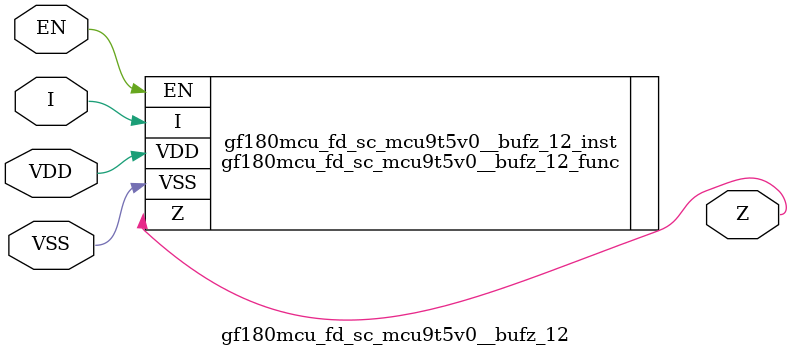
<source format=v>

module gf180mcu_fd_sc_mcu9t5v0__bufz_12( EN, I, Z, VDD, VSS );
input EN, I;
inout VDD, VSS;
output Z;

   `ifdef FUNCTIONAL  //  functional //

	gf180mcu_fd_sc_mcu9t5v0__bufz_12_func gf180mcu_fd_sc_mcu9t5v0__bufz_12_behav_inst(.EN(EN),.I(I),.Z(Z),.VDD(VDD),.VSS(VSS));

   `else

	gf180mcu_fd_sc_mcu9t5v0__bufz_12_func gf180mcu_fd_sc_mcu9t5v0__bufz_12_inst(.EN(EN),.I(I),.Z(Z),.VDD(VDD),.VSS(VSS));

	// spec_gates_begin


	// spec_gates_end



   specify

	// specify_block_begin

	// comb arc EN --> Z
	 (EN => Z) = (1.0,1.0);

	// comb arc I --> Z
	 (I => Z) = (1.0,1.0);

	// specify_block_end

   endspecify

   `endif

endmodule

</source>
